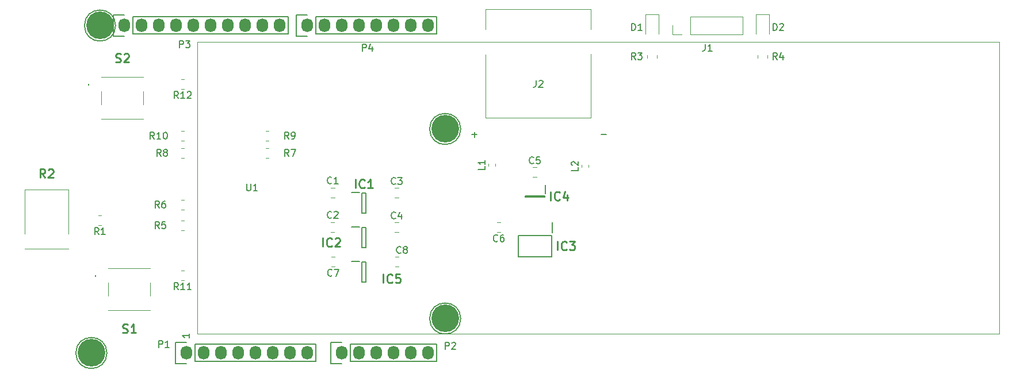
<source format=gto>
G04 #@! TF.GenerationSoftware,KiCad,Pcbnew,(6.0.6)*
G04 #@! TF.CreationDate,2022-07-18T13:46:11+09:00*
G04 #@! TF.ProjectId,mt_reflowcnt,6d745f72-6566-46c6-9f77-636e742e6b69,rev?*
G04 #@! TF.SameCoordinates,Original*
G04 #@! TF.FileFunction,Legend,Top*
G04 #@! TF.FilePolarity,Positive*
%FSLAX46Y46*%
G04 Gerber Fmt 4.6, Leading zero omitted, Abs format (unit mm)*
G04 Created by KiCad (PCBNEW (6.0.6)) date 2022-07-18 13:46:11*
%MOMM*%
%LPD*%
G01*
G04 APERTURE LIST*
%ADD10C,0.150000*%
%ADD11C,0.254000*%
%ADD12C,0.120000*%
%ADD13C,0.200000*%
%ADD14C,0.100000*%
%ADD15O,1.727200X2.032000*%
%ADD16C,4.064000*%
G04 APERTURE END LIST*
D10*
X139390380Y-120999285D02*
X139390380Y-121570714D01*
X139390380Y-121285000D02*
X138390380Y-121285000D01*
X138533238Y-121380238D01*
X138628476Y-121475476D01*
X138676095Y-121570714D01*
G04 #@! TO.C,C8*
X170521333Y-109040142D02*
X170473714Y-109087761D01*
X170330857Y-109135380D01*
X170235619Y-109135380D01*
X170092761Y-109087761D01*
X169997523Y-108992523D01*
X169949904Y-108897285D01*
X169902285Y-108706809D01*
X169902285Y-108563952D01*
X169949904Y-108373476D01*
X169997523Y-108278238D01*
X170092761Y-108183000D01*
X170235619Y-108135380D01*
X170330857Y-108135380D01*
X170473714Y-108183000D01*
X170521333Y-108230619D01*
X171092761Y-108563952D02*
X170997523Y-108516333D01*
X170949904Y-108468714D01*
X170902285Y-108373476D01*
X170902285Y-108325857D01*
X170949904Y-108230619D01*
X170997523Y-108183000D01*
X171092761Y-108135380D01*
X171283238Y-108135380D01*
X171378476Y-108183000D01*
X171426095Y-108230619D01*
X171473714Y-108325857D01*
X171473714Y-108373476D01*
X171426095Y-108468714D01*
X171378476Y-108516333D01*
X171283238Y-108563952D01*
X171092761Y-108563952D01*
X170997523Y-108611571D01*
X170949904Y-108659190D01*
X170902285Y-108754428D01*
X170902285Y-108944904D01*
X170949904Y-109040142D01*
X170997523Y-109087761D01*
X171092761Y-109135380D01*
X171283238Y-109135380D01*
X171378476Y-109087761D01*
X171426095Y-109040142D01*
X171473714Y-108944904D01*
X171473714Y-108754428D01*
X171426095Y-108659190D01*
X171378476Y-108611571D01*
X171283238Y-108563952D01*
G04 #@! TO.C,C7*
X160382833Y-112400142D02*
X160335214Y-112447761D01*
X160192357Y-112495380D01*
X160097119Y-112495380D01*
X159954261Y-112447761D01*
X159859023Y-112352523D01*
X159811404Y-112257285D01*
X159763785Y-112066809D01*
X159763785Y-111923952D01*
X159811404Y-111733476D01*
X159859023Y-111638238D01*
X159954261Y-111543000D01*
X160097119Y-111495380D01*
X160192357Y-111495380D01*
X160335214Y-111543000D01*
X160382833Y-111590619D01*
X160716166Y-111495380D02*
X161382833Y-111495380D01*
X160954261Y-112495380D01*
D11*
G04 #@! TO.C,IC5*
X167924238Y-113477523D02*
X167924238Y-112207523D01*
X169254714Y-113356571D02*
X169194238Y-113417047D01*
X169012809Y-113477523D01*
X168891857Y-113477523D01*
X168710428Y-113417047D01*
X168589476Y-113296095D01*
X168529000Y-113175142D01*
X168468523Y-112933238D01*
X168468523Y-112751809D01*
X168529000Y-112509904D01*
X168589476Y-112388952D01*
X168710428Y-112268000D01*
X168891857Y-112207523D01*
X169012809Y-112207523D01*
X169194238Y-112268000D01*
X169254714Y-112328476D01*
X170403761Y-112207523D02*
X169799000Y-112207523D01*
X169738523Y-112812285D01*
X169799000Y-112751809D01*
X169919952Y-112691333D01*
X170222333Y-112691333D01*
X170343285Y-112751809D01*
X170403761Y-112812285D01*
X170464238Y-112933238D01*
X170464238Y-113235619D01*
X170403761Y-113356571D01*
X170343285Y-113417047D01*
X170222333Y-113477523D01*
X169919952Y-113477523D01*
X169799000Y-113417047D01*
X169738523Y-113356571D01*
G04 #@! TO.C,IC2*
X159034238Y-108143523D02*
X159034238Y-106873523D01*
X160364714Y-108022571D02*
X160304238Y-108083047D01*
X160122809Y-108143523D01*
X160001857Y-108143523D01*
X159820428Y-108083047D01*
X159699476Y-107962095D01*
X159639000Y-107841142D01*
X159578523Y-107599238D01*
X159578523Y-107417809D01*
X159639000Y-107175904D01*
X159699476Y-107054952D01*
X159820428Y-106934000D01*
X160001857Y-106873523D01*
X160122809Y-106873523D01*
X160304238Y-106934000D01*
X160364714Y-106994476D01*
X160848523Y-106994476D02*
X160909000Y-106934000D01*
X161029952Y-106873523D01*
X161332333Y-106873523D01*
X161453285Y-106934000D01*
X161513761Y-106994476D01*
X161574238Y-107115428D01*
X161574238Y-107236380D01*
X161513761Y-107417809D01*
X160788047Y-108143523D01*
X161574238Y-108143523D01*
G04 #@! TO.C,IC1*
X163838738Y-99507523D02*
X163838738Y-98237523D01*
X165169214Y-99386571D02*
X165108738Y-99447047D01*
X164927309Y-99507523D01*
X164806357Y-99507523D01*
X164624928Y-99447047D01*
X164503976Y-99326095D01*
X164443500Y-99205142D01*
X164383023Y-98963238D01*
X164383023Y-98781809D01*
X164443500Y-98539904D01*
X164503976Y-98418952D01*
X164624928Y-98298000D01*
X164806357Y-98237523D01*
X164927309Y-98237523D01*
X165108738Y-98298000D01*
X165169214Y-98358476D01*
X166378738Y-99507523D02*
X165653023Y-99507523D01*
X166015880Y-99507523D02*
X166015880Y-98237523D01*
X165894928Y-98418952D01*
X165773976Y-98539904D01*
X165653023Y-98600380D01*
D10*
G04 #@! TO.C,C1*
X160318333Y-98782142D02*
X160270714Y-98829761D01*
X160127857Y-98877380D01*
X160032619Y-98877380D01*
X159889761Y-98829761D01*
X159794523Y-98734523D01*
X159746904Y-98639285D01*
X159699285Y-98448809D01*
X159699285Y-98305952D01*
X159746904Y-98115476D01*
X159794523Y-98020238D01*
X159889761Y-97925000D01*
X160032619Y-97877380D01*
X160127857Y-97877380D01*
X160270714Y-97925000D01*
X160318333Y-97972619D01*
X161270714Y-98877380D02*
X160699285Y-98877380D01*
X160985000Y-98877380D02*
X160985000Y-97877380D01*
X160889761Y-98020238D01*
X160794523Y-98115476D01*
X160699285Y-98163095D01*
G04 #@! TO.C,C2*
X160318333Y-103862142D02*
X160270714Y-103909761D01*
X160127857Y-103957380D01*
X160032619Y-103957380D01*
X159889761Y-103909761D01*
X159794523Y-103814523D01*
X159746904Y-103719285D01*
X159699285Y-103528809D01*
X159699285Y-103385952D01*
X159746904Y-103195476D01*
X159794523Y-103100238D01*
X159889761Y-103005000D01*
X160032619Y-102957380D01*
X160127857Y-102957380D01*
X160270714Y-103005000D01*
X160318333Y-103052619D01*
X160699285Y-103052619D02*
X160746904Y-103005000D01*
X160842142Y-102957380D01*
X161080238Y-102957380D01*
X161175476Y-103005000D01*
X161223095Y-103052619D01*
X161270714Y-103147857D01*
X161270714Y-103243095D01*
X161223095Y-103385952D01*
X160651666Y-103957380D01*
X161270714Y-103957380D01*
G04 #@! TO.C,C6*
X184766833Y-107320142D02*
X184719214Y-107367761D01*
X184576357Y-107415380D01*
X184481119Y-107415380D01*
X184338261Y-107367761D01*
X184243023Y-107272523D01*
X184195404Y-107177285D01*
X184147785Y-106986809D01*
X184147785Y-106843952D01*
X184195404Y-106653476D01*
X184243023Y-106558238D01*
X184338261Y-106463000D01*
X184481119Y-106415380D01*
X184576357Y-106415380D01*
X184719214Y-106463000D01*
X184766833Y-106510619D01*
X185623976Y-106415380D02*
X185433500Y-106415380D01*
X185338261Y-106463000D01*
X185290642Y-106510619D01*
X185195404Y-106653476D01*
X185147785Y-106843952D01*
X185147785Y-107224904D01*
X185195404Y-107320142D01*
X185243023Y-107367761D01*
X185338261Y-107415380D01*
X185528738Y-107415380D01*
X185623976Y-107367761D01*
X185671595Y-107320142D01*
X185719214Y-107224904D01*
X185719214Y-106986809D01*
X185671595Y-106891571D01*
X185623976Y-106843952D01*
X185528738Y-106796333D01*
X185338261Y-106796333D01*
X185243023Y-106843952D01*
X185195404Y-106891571D01*
X185147785Y-106986809D01*
G04 #@! TO.C,C5*
X190057833Y-95832142D02*
X190010214Y-95879761D01*
X189867357Y-95927380D01*
X189772119Y-95927380D01*
X189629261Y-95879761D01*
X189534023Y-95784523D01*
X189486404Y-95689285D01*
X189438785Y-95498809D01*
X189438785Y-95355952D01*
X189486404Y-95165476D01*
X189534023Y-95070238D01*
X189629261Y-94975000D01*
X189772119Y-94927380D01*
X189867357Y-94927380D01*
X190010214Y-94975000D01*
X190057833Y-95022619D01*
X190962595Y-94927380D02*
X190486404Y-94927380D01*
X190438785Y-95403571D01*
X190486404Y-95355952D01*
X190581642Y-95308333D01*
X190819738Y-95308333D01*
X190914976Y-95355952D01*
X190962595Y-95403571D01*
X191010214Y-95498809D01*
X191010214Y-95736904D01*
X190962595Y-95832142D01*
X190914976Y-95879761D01*
X190819738Y-95927380D01*
X190581642Y-95927380D01*
X190486404Y-95879761D01*
X190438785Y-95832142D01*
G04 #@! TO.C,C4*
X169737833Y-103960142D02*
X169690214Y-104007761D01*
X169547357Y-104055380D01*
X169452119Y-104055380D01*
X169309261Y-104007761D01*
X169214023Y-103912523D01*
X169166404Y-103817285D01*
X169118785Y-103626809D01*
X169118785Y-103483952D01*
X169166404Y-103293476D01*
X169214023Y-103198238D01*
X169309261Y-103103000D01*
X169452119Y-103055380D01*
X169547357Y-103055380D01*
X169690214Y-103103000D01*
X169737833Y-103150619D01*
X170594976Y-103388714D02*
X170594976Y-104055380D01*
X170356880Y-103007761D02*
X170118785Y-103722047D01*
X170737833Y-103722047D01*
G04 #@! TO.C,C3*
X169737833Y-98880142D02*
X169690214Y-98927761D01*
X169547357Y-98975380D01*
X169452119Y-98975380D01*
X169309261Y-98927761D01*
X169214023Y-98832523D01*
X169166404Y-98737285D01*
X169118785Y-98546809D01*
X169118785Y-98403952D01*
X169166404Y-98213476D01*
X169214023Y-98118238D01*
X169309261Y-98023000D01*
X169452119Y-97975380D01*
X169547357Y-97975380D01*
X169690214Y-98023000D01*
X169737833Y-98070619D01*
X170071166Y-97975380D02*
X170690214Y-97975380D01*
X170356880Y-98356333D01*
X170499738Y-98356333D01*
X170594976Y-98403952D01*
X170642595Y-98451571D01*
X170690214Y-98546809D01*
X170690214Y-98784904D01*
X170642595Y-98880142D01*
X170594976Y-98927761D01*
X170499738Y-98975380D01*
X170214023Y-98975380D01*
X170118785Y-98927761D01*
X170071166Y-98880142D01*
G04 #@! TO.C,J1*
X215312666Y-78319380D02*
X215312666Y-79033666D01*
X215265047Y-79176523D01*
X215169809Y-79271761D01*
X215026952Y-79319380D01*
X214931714Y-79319380D01*
X216312666Y-79319380D02*
X215741238Y-79319380D01*
X216026952Y-79319380D02*
X216026952Y-78319380D01*
X215931714Y-78462238D01*
X215836476Y-78557476D01*
X215741238Y-78605095D01*
G04 #@! TO.C,L1*
X182918380Y-96305666D02*
X182918380Y-96781857D01*
X181918380Y-96781857D01*
X182918380Y-95448523D02*
X182918380Y-96019952D01*
X182918380Y-95734238D02*
X181918380Y-95734238D01*
X182061238Y-95829476D01*
X182156476Y-95924714D01*
X182204095Y-96019952D01*
G04 #@! TO.C,L2*
X196634380Y-96446666D02*
X196634380Y-96922857D01*
X195634380Y-96922857D01*
X195729619Y-96160952D02*
X195682000Y-96113333D01*
X195634380Y-96018095D01*
X195634380Y-95780000D01*
X195682000Y-95684761D01*
X195729619Y-95637142D01*
X195824857Y-95589523D01*
X195920095Y-95589523D01*
X196062952Y-95637142D01*
X196634380Y-96208571D01*
X196634380Y-95589523D01*
G04 #@! TO.C,D2*
X225321904Y-76271380D02*
X225321904Y-75271380D01*
X225560000Y-75271380D01*
X225702857Y-75319000D01*
X225798095Y-75414238D01*
X225845714Y-75509476D01*
X225893333Y-75699952D01*
X225893333Y-75842809D01*
X225845714Y-76033285D01*
X225798095Y-76128523D01*
X225702857Y-76223761D01*
X225560000Y-76271380D01*
X225321904Y-76271380D01*
X226274285Y-75366619D02*
X226321904Y-75319000D01*
X226417142Y-75271380D01*
X226655238Y-75271380D01*
X226750476Y-75319000D01*
X226798095Y-75366619D01*
X226845714Y-75461857D01*
X226845714Y-75557095D01*
X226798095Y-75699952D01*
X226226666Y-76271380D01*
X226845714Y-76271380D01*
G04 #@! TO.C,D1*
X204493904Y-76271380D02*
X204493904Y-75271380D01*
X204732000Y-75271380D01*
X204874857Y-75319000D01*
X204970095Y-75414238D01*
X205017714Y-75509476D01*
X205065333Y-75699952D01*
X205065333Y-75842809D01*
X205017714Y-76033285D01*
X204970095Y-76128523D01*
X204874857Y-76223761D01*
X204732000Y-76271380D01*
X204493904Y-76271380D01*
X206017714Y-76271380D02*
X205446285Y-76271380D01*
X205732000Y-76271380D02*
X205732000Y-75271380D01*
X205636761Y-75414238D01*
X205541523Y-75509476D01*
X205446285Y-75557095D01*
D11*
G04 #@! TO.C,S2*
X128572380Y-80905047D02*
X128753809Y-80965523D01*
X129056190Y-80965523D01*
X129177142Y-80905047D01*
X129237619Y-80844571D01*
X129298095Y-80723619D01*
X129298095Y-80602666D01*
X129237619Y-80481714D01*
X129177142Y-80421238D01*
X129056190Y-80360761D01*
X128814285Y-80300285D01*
X128693333Y-80239809D01*
X128632857Y-80179333D01*
X128572380Y-80058380D01*
X128572380Y-79937428D01*
X128632857Y-79816476D01*
X128693333Y-79756000D01*
X128814285Y-79695523D01*
X129116666Y-79695523D01*
X129298095Y-79756000D01*
X129781904Y-79816476D02*
X129842380Y-79756000D01*
X129963333Y-79695523D01*
X130265714Y-79695523D01*
X130386666Y-79756000D01*
X130447142Y-79816476D01*
X130507619Y-79937428D01*
X130507619Y-80058380D01*
X130447142Y-80239809D01*
X129721428Y-80965523D01*
X130507619Y-80965523D01*
G04 #@! TO.C,S1*
X129588380Y-120783047D02*
X129769809Y-120843523D01*
X130072190Y-120843523D01*
X130193142Y-120783047D01*
X130253619Y-120722571D01*
X130314095Y-120601619D01*
X130314095Y-120480666D01*
X130253619Y-120359714D01*
X130193142Y-120299238D01*
X130072190Y-120238761D01*
X129830285Y-120178285D01*
X129709333Y-120117809D01*
X129648857Y-120057333D01*
X129588380Y-119936380D01*
X129588380Y-119815428D01*
X129648857Y-119694476D01*
X129709333Y-119634000D01*
X129830285Y-119573523D01*
X130132666Y-119573523D01*
X130314095Y-119634000D01*
X131523619Y-120843523D02*
X130797904Y-120843523D01*
X131160761Y-120843523D02*
X131160761Y-119573523D01*
X131039809Y-119754952D01*
X130918857Y-119875904D01*
X130797904Y-119936380D01*
G04 #@! TO.C,R2*
X118152333Y-97983523D02*
X117729000Y-97378761D01*
X117426619Y-97983523D02*
X117426619Y-96713523D01*
X117910428Y-96713523D01*
X118031380Y-96774000D01*
X118091857Y-96834476D01*
X118152333Y-96955428D01*
X118152333Y-97136857D01*
X118091857Y-97257809D01*
X118031380Y-97318285D01*
X117910428Y-97378761D01*
X117426619Y-97378761D01*
X118636142Y-96834476D02*
X118696619Y-96774000D01*
X118817571Y-96713523D01*
X119119952Y-96713523D01*
X119240904Y-96774000D01*
X119301380Y-96834476D01*
X119361857Y-96955428D01*
X119361857Y-97076380D01*
X119301380Y-97257809D01*
X118575666Y-97983523D01*
X119361857Y-97983523D01*
G04 #@! TO.C,IC3*
X193578238Y-108651523D02*
X193578238Y-107381523D01*
X194908714Y-108530571D02*
X194848238Y-108591047D01*
X194666809Y-108651523D01*
X194545857Y-108651523D01*
X194364428Y-108591047D01*
X194243476Y-108470095D01*
X194183000Y-108349142D01*
X194122523Y-108107238D01*
X194122523Y-107925809D01*
X194183000Y-107683904D01*
X194243476Y-107562952D01*
X194364428Y-107442000D01*
X194545857Y-107381523D01*
X194666809Y-107381523D01*
X194848238Y-107442000D01*
X194908714Y-107502476D01*
X195332047Y-107381523D02*
X196118238Y-107381523D01*
X195694904Y-107865333D01*
X195876333Y-107865333D01*
X195997285Y-107925809D01*
X196057761Y-107986285D01*
X196118238Y-108107238D01*
X196118238Y-108409619D01*
X196057761Y-108530571D01*
X195997285Y-108591047D01*
X195876333Y-108651523D01*
X195513476Y-108651523D01*
X195392523Y-108591047D01*
X195332047Y-108530571D01*
G04 #@! TO.C,IC4*
X192562238Y-101319523D02*
X192562238Y-100049523D01*
X193892714Y-101198571D02*
X193832238Y-101259047D01*
X193650809Y-101319523D01*
X193529857Y-101319523D01*
X193348428Y-101259047D01*
X193227476Y-101138095D01*
X193167000Y-101017142D01*
X193106523Y-100775238D01*
X193106523Y-100593809D01*
X193167000Y-100351904D01*
X193227476Y-100230952D01*
X193348428Y-100110000D01*
X193529857Y-100049523D01*
X193650809Y-100049523D01*
X193832238Y-100110000D01*
X193892714Y-100170476D01*
X194981285Y-100472857D02*
X194981285Y-101319523D01*
X194678904Y-99989047D02*
X194376523Y-100896190D01*
X195162714Y-100896190D01*
D10*
G04 #@! TO.C,R12*
X137771142Y-86303380D02*
X137437809Y-85827190D01*
X137199714Y-86303380D02*
X137199714Y-85303380D01*
X137580666Y-85303380D01*
X137675904Y-85351000D01*
X137723523Y-85398619D01*
X137771142Y-85493857D01*
X137771142Y-85636714D01*
X137723523Y-85731952D01*
X137675904Y-85779571D01*
X137580666Y-85827190D01*
X137199714Y-85827190D01*
X138723523Y-86303380D02*
X138152095Y-86303380D01*
X138437809Y-86303380D02*
X138437809Y-85303380D01*
X138342571Y-85446238D01*
X138247333Y-85541476D01*
X138152095Y-85589095D01*
X139104476Y-85398619D02*
X139152095Y-85351000D01*
X139247333Y-85303380D01*
X139485428Y-85303380D01*
X139580666Y-85351000D01*
X139628285Y-85398619D01*
X139675904Y-85493857D01*
X139675904Y-85589095D01*
X139628285Y-85731952D01*
X139056857Y-86303380D01*
X139675904Y-86303380D01*
G04 #@! TO.C,R11*
X137771142Y-114497380D02*
X137437809Y-114021190D01*
X137199714Y-114497380D02*
X137199714Y-113497380D01*
X137580666Y-113497380D01*
X137675904Y-113545000D01*
X137723523Y-113592619D01*
X137771142Y-113687857D01*
X137771142Y-113830714D01*
X137723523Y-113925952D01*
X137675904Y-113973571D01*
X137580666Y-114021190D01*
X137199714Y-114021190D01*
X138723523Y-114497380D02*
X138152095Y-114497380D01*
X138437809Y-114497380D02*
X138437809Y-113497380D01*
X138342571Y-113640238D01*
X138247333Y-113735476D01*
X138152095Y-113783095D01*
X139675904Y-114497380D02*
X139104476Y-114497380D01*
X139390190Y-114497380D02*
X139390190Y-113497380D01*
X139294952Y-113640238D01*
X139199714Y-113735476D01*
X139104476Y-113783095D01*
G04 #@! TO.C,R10*
X134231142Y-92273380D02*
X133897809Y-91797190D01*
X133659714Y-92273380D02*
X133659714Y-91273380D01*
X134040666Y-91273380D01*
X134135904Y-91321000D01*
X134183523Y-91368619D01*
X134231142Y-91463857D01*
X134231142Y-91606714D01*
X134183523Y-91701952D01*
X134135904Y-91749571D01*
X134040666Y-91797190D01*
X133659714Y-91797190D01*
X135183523Y-92273380D02*
X134612095Y-92273380D01*
X134897809Y-92273380D02*
X134897809Y-91273380D01*
X134802571Y-91416238D01*
X134707333Y-91511476D01*
X134612095Y-91559095D01*
X135802571Y-91273380D02*
X135897809Y-91273380D01*
X135993047Y-91321000D01*
X136040666Y-91368619D01*
X136088285Y-91463857D01*
X136135904Y-91654333D01*
X136135904Y-91892428D01*
X136088285Y-92082904D01*
X136040666Y-92178142D01*
X135993047Y-92225761D01*
X135897809Y-92273380D01*
X135802571Y-92273380D01*
X135707333Y-92225761D01*
X135659714Y-92178142D01*
X135612095Y-92082904D01*
X135564476Y-91892428D01*
X135564476Y-91654333D01*
X135612095Y-91463857D01*
X135659714Y-91368619D01*
X135707333Y-91321000D01*
X135802571Y-91273380D01*
G04 #@! TO.C,R9*
X154011333Y-92273380D02*
X153678000Y-91797190D01*
X153439904Y-92273380D02*
X153439904Y-91273380D01*
X153820857Y-91273380D01*
X153916095Y-91321000D01*
X153963714Y-91368619D01*
X154011333Y-91463857D01*
X154011333Y-91606714D01*
X153963714Y-91701952D01*
X153916095Y-91749571D01*
X153820857Y-91797190D01*
X153439904Y-91797190D01*
X154487523Y-92273380D02*
X154678000Y-92273380D01*
X154773238Y-92225761D01*
X154820857Y-92178142D01*
X154916095Y-92035285D01*
X154963714Y-91844809D01*
X154963714Y-91463857D01*
X154916095Y-91368619D01*
X154868476Y-91321000D01*
X154773238Y-91273380D01*
X154582761Y-91273380D01*
X154487523Y-91321000D01*
X154439904Y-91368619D01*
X154392285Y-91463857D01*
X154392285Y-91701952D01*
X154439904Y-91797190D01*
X154487523Y-91844809D01*
X154582761Y-91892428D01*
X154773238Y-91892428D01*
X154868476Y-91844809D01*
X154916095Y-91797190D01*
X154963714Y-91701952D01*
G04 #@! TO.C,R8*
X135215333Y-94813380D02*
X134882000Y-94337190D01*
X134643904Y-94813380D02*
X134643904Y-93813380D01*
X135024857Y-93813380D01*
X135120095Y-93861000D01*
X135167714Y-93908619D01*
X135215333Y-94003857D01*
X135215333Y-94146714D01*
X135167714Y-94241952D01*
X135120095Y-94289571D01*
X135024857Y-94337190D01*
X134643904Y-94337190D01*
X135786761Y-94241952D02*
X135691523Y-94194333D01*
X135643904Y-94146714D01*
X135596285Y-94051476D01*
X135596285Y-94003857D01*
X135643904Y-93908619D01*
X135691523Y-93861000D01*
X135786761Y-93813380D01*
X135977238Y-93813380D01*
X136072476Y-93861000D01*
X136120095Y-93908619D01*
X136167714Y-94003857D01*
X136167714Y-94051476D01*
X136120095Y-94146714D01*
X136072476Y-94194333D01*
X135977238Y-94241952D01*
X135786761Y-94241952D01*
X135691523Y-94289571D01*
X135643904Y-94337190D01*
X135596285Y-94432428D01*
X135596285Y-94622904D01*
X135643904Y-94718142D01*
X135691523Y-94765761D01*
X135786761Y-94813380D01*
X135977238Y-94813380D01*
X136072476Y-94765761D01*
X136120095Y-94718142D01*
X136167714Y-94622904D01*
X136167714Y-94432428D01*
X136120095Y-94337190D01*
X136072476Y-94289571D01*
X135977238Y-94241952D01*
G04 #@! TO.C,R7*
X154011333Y-94813380D02*
X153678000Y-94337190D01*
X153439904Y-94813380D02*
X153439904Y-93813380D01*
X153820857Y-93813380D01*
X153916095Y-93861000D01*
X153963714Y-93908619D01*
X154011333Y-94003857D01*
X154011333Y-94146714D01*
X153963714Y-94241952D01*
X153916095Y-94289571D01*
X153820857Y-94337190D01*
X153439904Y-94337190D01*
X154344666Y-93813380D02*
X155011333Y-93813380D01*
X154582761Y-94813380D01*
G04 #@! TO.C,R6*
X134961333Y-102433380D02*
X134628000Y-101957190D01*
X134389904Y-102433380D02*
X134389904Y-101433380D01*
X134770857Y-101433380D01*
X134866095Y-101481000D01*
X134913714Y-101528619D01*
X134961333Y-101623857D01*
X134961333Y-101766714D01*
X134913714Y-101861952D01*
X134866095Y-101909571D01*
X134770857Y-101957190D01*
X134389904Y-101957190D01*
X135818476Y-101433380D02*
X135628000Y-101433380D01*
X135532761Y-101481000D01*
X135485142Y-101528619D01*
X135389904Y-101671476D01*
X135342285Y-101861952D01*
X135342285Y-102242904D01*
X135389904Y-102338142D01*
X135437523Y-102385761D01*
X135532761Y-102433380D01*
X135723238Y-102433380D01*
X135818476Y-102385761D01*
X135866095Y-102338142D01*
X135913714Y-102242904D01*
X135913714Y-102004809D01*
X135866095Y-101909571D01*
X135818476Y-101861952D01*
X135723238Y-101814333D01*
X135532761Y-101814333D01*
X135437523Y-101861952D01*
X135389904Y-101909571D01*
X135342285Y-102004809D01*
G04 #@! TO.C,R5*
X134961333Y-105481380D02*
X134628000Y-105005190D01*
X134389904Y-105481380D02*
X134389904Y-104481380D01*
X134770857Y-104481380D01*
X134866095Y-104529000D01*
X134913714Y-104576619D01*
X134961333Y-104671857D01*
X134961333Y-104814714D01*
X134913714Y-104909952D01*
X134866095Y-104957571D01*
X134770857Y-105005190D01*
X134389904Y-105005190D01*
X135866095Y-104481380D02*
X135389904Y-104481380D01*
X135342285Y-104957571D01*
X135389904Y-104909952D01*
X135485142Y-104862333D01*
X135723238Y-104862333D01*
X135818476Y-104909952D01*
X135866095Y-104957571D01*
X135913714Y-105052809D01*
X135913714Y-105290904D01*
X135866095Y-105386142D01*
X135818476Y-105433761D01*
X135723238Y-105481380D01*
X135485142Y-105481380D01*
X135389904Y-105433761D01*
X135342285Y-105386142D01*
G04 #@! TO.C,R4*
X225893333Y-80573380D02*
X225560000Y-80097190D01*
X225321904Y-80573380D02*
X225321904Y-79573380D01*
X225702857Y-79573380D01*
X225798095Y-79621000D01*
X225845714Y-79668619D01*
X225893333Y-79763857D01*
X225893333Y-79906714D01*
X225845714Y-80001952D01*
X225798095Y-80049571D01*
X225702857Y-80097190D01*
X225321904Y-80097190D01*
X226750476Y-79906714D02*
X226750476Y-80573380D01*
X226512380Y-79525761D02*
X226274285Y-80240047D01*
X226893333Y-80240047D01*
G04 #@! TO.C,R3*
X205065333Y-80573380D02*
X204732000Y-80097190D01*
X204493904Y-80573380D02*
X204493904Y-79573380D01*
X204874857Y-79573380D01*
X204970095Y-79621000D01*
X205017714Y-79668619D01*
X205065333Y-79763857D01*
X205065333Y-79906714D01*
X205017714Y-80001952D01*
X204970095Y-80049571D01*
X204874857Y-80097190D01*
X204493904Y-80097190D01*
X205398666Y-79573380D02*
X206017714Y-79573380D01*
X205684380Y-79954333D01*
X205827238Y-79954333D01*
X205922476Y-80001952D01*
X205970095Y-80049571D01*
X206017714Y-80144809D01*
X206017714Y-80382904D01*
X205970095Y-80478142D01*
X205922476Y-80525761D01*
X205827238Y-80573380D01*
X205541523Y-80573380D01*
X205446285Y-80525761D01*
X205398666Y-80478142D01*
G04 #@! TO.C,R1*
X126055333Y-106369380D02*
X125722000Y-105893190D01*
X125483904Y-106369380D02*
X125483904Y-105369380D01*
X125864857Y-105369380D01*
X125960095Y-105417000D01*
X126007714Y-105464619D01*
X126055333Y-105559857D01*
X126055333Y-105702714D01*
X126007714Y-105797952D01*
X125960095Y-105845571D01*
X125864857Y-105893190D01*
X125483904Y-105893190D01*
X127007714Y-106369380D02*
X126436285Y-106369380D01*
X126722000Y-106369380D02*
X126722000Y-105369380D01*
X126626761Y-105512238D01*
X126531523Y-105607476D01*
X126436285Y-105655095D01*
G04 #@! TO.C,J2*
X190420666Y-83661380D02*
X190420666Y-84375666D01*
X190373047Y-84518523D01*
X190277809Y-84613761D01*
X190134952Y-84661380D01*
X190039714Y-84661380D01*
X190849238Y-83756619D02*
X190896857Y-83709000D01*
X190992095Y-83661380D01*
X191230190Y-83661380D01*
X191325428Y-83709000D01*
X191373047Y-83756619D01*
X191420666Y-83851857D01*
X191420666Y-83947095D01*
X191373047Y-84089952D01*
X190801619Y-84661380D01*
X191420666Y-84661380D01*
X200025047Y-91638428D02*
X200786952Y-91638428D01*
X180975047Y-91638428D02*
X181736952Y-91638428D01*
X181356000Y-92019380D02*
X181356000Y-91257476D01*
G04 #@! TO.C,U1*
X147828095Y-98893380D02*
X147828095Y-99702904D01*
X147875714Y-99798142D01*
X147923333Y-99845761D01*
X148018571Y-99893380D01*
X148209047Y-99893380D01*
X148304285Y-99845761D01*
X148351904Y-99798142D01*
X148399523Y-99702904D01*
X148399523Y-98893380D01*
X149399523Y-99893380D02*
X148828095Y-99893380D01*
X149113809Y-99893380D02*
X149113809Y-98893380D01*
X149018571Y-99036238D01*
X148923333Y-99131476D01*
X148828095Y-99179095D01*
G04 #@! TO.C,P1*
X134897904Y-123007380D02*
X134897904Y-122007380D01*
X135278857Y-122007380D01*
X135374095Y-122055000D01*
X135421714Y-122102619D01*
X135469333Y-122197857D01*
X135469333Y-122340714D01*
X135421714Y-122435952D01*
X135374095Y-122483571D01*
X135278857Y-122531190D01*
X134897904Y-122531190D01*
X136421714Y-123007380D02*
X135850285Y-123007380D01*
X136136000Y-123007380D02*
X136136000Y-122007380D01*
X136040761Y-122150238D01*
X135945523Y-122245476D01*
X135850285Y-122293095D01*
G04 #@! TO.C,P2*
X177061904Y-123261380D02*
X177061904Y-122261380D01*
X177442857Y-122261380D01*
X177538095Y-122309000D01*
X177585714Y-122356619D01*
X177633333Y-122451857D01*
X177633333Y-122594714D01*
X177585714Y-122689952D01*
X177538095Y-122737571D01*
X177442857Y-122785190D01*
X177061904Y-122785190D01*
X178014285Y-122356619D02*
X178061904Y-122309000D01*
X178157142Y-122261380D01*
X178395238Y-122261380D01*
X178490476Y-122309000D01*
X178538095Y-122356619D01*
X178585714Y-122451857D01*
X178585714Y-122547095D01*
X178538095Y-122689952D01*
X177966666Y-123261380D01*
X178585714Y-123261380D01*
G04 #@! TO.C,P3*
X137945904Y-78811380D02*
X137945904Y-77811380D01*
X138326857Y-77811380D01*
X138422095Y-77859000D01*
X138469714Y-77906619D01*
X138517333Y-78001857D01*
X138517333Y-78144714D01*
X138469714Y-78239952D01*
X138422095Y-78287571D01*
X138326857Y-78335190D01*
X137945904Y-78335190D01*
X138850666Y-77811380D02*
X139469714Y-77811380D01*
X139136380Y-78192333D01*
X139279238Y-78192333D01*
X139374476Y-78239952D01*
X139422095Y-78287571D01*
X139469714Y-78382809D01*
X139469714Y-78620904D01*
X139422095Y-78716142D01*
X139374476Y-78763761D01*
X139279238Y-78811380D01*
X138993523Y-78811380D01*
X138898285Y-78763761D01*
X138850666Y-78716142D01*
G04 #@! TO.C,P4*
X164869904Y-79319380D02*
X164869904Y-78319380D01*
X165250857Y-78319380D01*
X165346095Y-78367000D01*
X165393714Y-78414619D01*
X165441333Y-78509857D01*
X165441333Y-78652714D01*
X165393714Y-78747952D01*
X165346095Y-78795571D01*
X165250857Y-78843190D01*
X164869904Y-78843190D01*
X166298476Y-78652714D02*
X166298476Y-79319380D01*
X166060380Y-78271761D02*
X165822285Y-78986047D01*
X166441333Y-78986047D01*
D12*
G04 #@! TO.C,C8*
X169686248Y-109628000D02*
X170208752Y-109628000D01*
X169686248Y-111098000D02*
X170208752Y-111098000D01*
G04 #@! TO.C,C7*
X160810752Y-111098000D02*
X160288248Y-111098000D01*
X160810752Y-109628000D02*
X160288248Y-109628000D01*
D13*
G04 #@! TO.C,IC5*
X163250000Y-110287000D02*
X164450000Y-110287000D01*
X164800000Y-113337000D02*
X164800000Y-110437000D01*
X165400000Y-113337000D02*
X164800000Y-113337000D01*
X165400000Y-110437000D02*
X165400000Y-113337000D01*
X164800000Y-110437000D02*
X165400000Y-110437000D01*
G04 #@! TO.C,IC2*
X164778500Y-105357000D02*
X165378500Y-105357000D01*
X165378500Y-105357000D02*
X165378500Y-108257000D01*
X165378500Y-108257000D02*
X164778500Y-108257000D01*
X164778500Y-108257000D02*
X164778500Y-105357000D01*
X163228500Y-105207000D02*
X164428500Y-105207000D01*
G04 #@! TO.C,IC1*
X164778500Y-100277000D02*
X165378500Y-100277000D01*
X165378500Y-100277000D02*
X165378500Y-103177000D01*
X165378500Y-103177000D02*
X164778500Y-103177000D01*
X164778500Y-103177000D02*
X164778500Y-100277000D01*
X163228500Y-100127000D02*
X164428500Y-100127000D01*
D12*
G04 #@! TO.C,C1*
X160767752Y-100938000D02*
X160245248Y-100938000D01*
X160767752Y-99468000D02*
X160245248Y-99468000D01*
G04 #@! TO.C,C2*
X160746252Y-106018000D02*
X160223748Y-106018000D01*
X160746252Y-104548000D02*
X160223748Y-104548000D01*
G04 #@! TO.C,C6*
X185194752Y-106018000D02*
X184672248Y-106018000D01*
X185194752Y-104548000D02*
X184672248Y-104548000D01*
G04 #@! TO.C,C5*
X189963248Y-96420000D02*
X190485752Y-96420000D01*
X189963248Y-97890000D02*
X190485752Y-97890000D01*
G04 #@! TO.C,C4*
X169643248Y-104548000D02*
X170165752Y-104548000D01*
X169643248Y-106018000D02*
X170165752Y-106018000D01*
G04 #@! TO.C,C3*
X169643248Y-100938000D02*
X170165752Y-100938000D01*
X169643248Y-99468000D02*
X170165752Y-99468000D01*
G04 #@! TO.C,J1*
X213116000Y-74235000D02*
X220796000Y-74235000D01*
X211846000Y-76895000D02*
X210516000Y-76895000D01*
X220796000Y-76895000D02*
X220796000Y-74235000D01*
X213116000Y-76895000D02*
X213116000Y-74235000D01*
X210516000Y-76895000D02*
X210516000Y-75565000D01*
X213116000Y-76895000D02*
X220796000Y-76895000D01*
G04 #@! TO.C,L1*
X184406000Y-96310267D02*
X184406000Y-95967733D01*
X183386000Y-96310267D02*
X183386000Y-95967733D01*
G04 #@! TO.C,L2*
X198122000Y-96451267D02*
X198122000Y-96108733D01*
X197102000Y-96451267D02*
X197102000Y-96108733D01*
G04 #@! TO.C,D2*
X222814000Y-73950000D02*
X222814000Y-76810000D01*
X224734000Y-76810000D02*
X224734000Y-73950000D01*
X224734000Y-73950000D02*
X222814000Y-73950000D01*
G04 #@! TO.C,D1*
X206558000Y-73950000D02*
X206558000Y-76810000D01*
X208478000Y-76810000D02*
X208478000Y-73950000D01*
X208478000Y-73950000D02*
X206558000Y-73950000D01*
D14*
G04 #@! TO.C,S2*
X126440000Y-83133000D02*
X132640000Y-83133000D01*
X126440000Y-89333000D02*
X132640000Y-89333000D01*
X126440000Y-85233000D02*
X126440000Y-87233000D01*
X132640000Y-85233000D02*
X132640000Y-87233000D01*
D13*
X124540000Y-84133000D02*
X124540000Y-84333000D01*
X124540000Y-84333000D02*
X124540000Y-84133000D01*
D14*
G04 #@! TO.C,S1*
X127456000Y-111327000D02*
X133656000Y-111327000D01*
X127456000Y-117527000D02*
X133656000Y-117527000D01*
X127456000Y-113427000D02*
X127456000Y-115427000D01*
X133656000Y-113427000D02*
X133656000Y-115427000D01*
D13*
X125556000Y-112327000D02*
X125556000Y-112527000D01*
X125556000Y-112527000D02*
X125556000Y-112327000D01*
D14*
G04 #@! TO.C,R2*
X115164000Y-108475000D02*
X121564000Y-108475000D01*
X115164000Y-106275000D02*
X115164000Y-99775000D01*
X115164000Y-99775000D02*
X121564000Y-99775000D01*
X121564000Y-99775000D02*
X121564000Y-106275000D01*
D13*
G04 #@! TO.C,IC3*
X192696000Y-106477000D02*
X192696000Y-109677000D01*
X192696000Y-109677000D02*
X187796000Y-109677000D01*
X187796000Y-109677000D02*
X187796000Y-106477000D01*
X187796000Y-106477000D02*
X192696000Y-106477000D01*
X192826000Y-104602000D02*
X192826000Y-106127000D01*
G04 #@! TO.C,IC4*
X191706000Y-100670000D02*
X191706000Y-100820000D01*
X191706000Y-100820000D02*
X188786000Y-100820000D01*
X188786000Y-100820000D02*
X188786000Y-100670000D01*
X188786000Y-100670000D02*
X191706000Y-100670000D01*
X191751000Y-99070000D02*
X191751000Y-100320000D01*
D12*
G04 #@! TO.C,R12*
X138641064Y-84936000D02*
X138186936Y-84936000D01*
X138641064Y-83466000D02*
X138186936Y-83466000D01*
G04 #@! TO.C,R11*
X138641064Y-113130000D02*
X138186936Y-113130000D01*
X138641064Y-111660000D02*
X138186936Y-111660000D01*
G04 #@! TO.C,R10*
X138657064Y-92556000D02*
X138202936Y-92556000D01*
X138657064Y-91086000D02*
X138202936Y-91086000D01*
G04 #@! TO.C,R9*
X150648936Y-91086000D02*
X151103064Y-91086000D01*
X150648936Y-92556000D02*
X151103064Y-92556000D01*
G04 #@! TO.C,R8*
X138657064Y-95096000D02*
X138202936Y-95096000D01*
X138657064Y-93626000D02*
X138202936Y-93626000D01*
G04 #@! TO.C,R7*
X150648936Y-93626000D02*
X151103064Y-93626000D01*
X150648936Y-95096000D02*
X151103064Y-95096000D01*
G04 #@! TO.C,R6*
X138641064Y-102716000D02*
X138186936Y-102716000D01*
X138641064Y-101246000D02*
X138186936Y-101246000D01*
G04 #@! TO.C,R5*
X138641064Y-105764000D02*
X138186936Y-105764000D01*
X138641064Y-104294000D02*
X138186936Y-104294000D01*
G04 #@! TO.C,R4*
X223039000Y-80348064D02*
X223039000Y-79893936D01*
X224509000Y-80348064D02*
X224509000Y-79893936D01*
G04 #@! TO.C,R3*
X206783000Y-80348064D02*
X206783000Y-79893936D01*
X208253000Y-80348064D02*
X208253000Y-79893936D01*
G04 #@! TO.C,R1*
X126449064Y-105002000D02*
X125994936Y-105002000D01*
X126449064Y-103532000D02*
X125994936Y-103532000D01*
G04 #@! TO.C,J2*
X198504000Y-73159000D02*
X198504000Y-76159000D01*
X183004000Y-73159000D02*
X198504000Y-73159000D01*
X198504000Y-89159000D02*
X183004000Y-89159000D01*
X198504000Y-89159000D02*
X198504000Y-79759000D01*
X183004000Y-89159000D02*
X183004000Y-79859000D01*
X183004000Y-73159000D02*
X183004000Y-76159000D01*
G04 #@! TO.C,U1*
X258580000Y-77969000D02*
X258580000Y-120969000D01*
X140580000Y-77969000D02*
X258580000Y-77969000D01*
X140580000Y-120969000D02*
X140580000Y-77969000D01*
X258580000Y-120969000D02*
X140580000Y-120969000D01*
D10*
G04 #@! TO.C,P1*
X157988000Y-125095000D02*
X157988000Y-122555000D01*
X140208000Y-125095000D02*
X157988000Y-125095000D01*
X157988000Y-122555000D02*
X140208000Y-122555000D01*
X138938000Y-122275000D02*
X137388000Y-122275000D01*
X137388000Y-122275000D02*
X137388000Y-125375000D01*
X137388000Y-125375000D02*
X138938000Y-125375000D01*
X140208000Y-125095000D02*
X140208000Y-122555000D01*
G04 #@! TO.C,P2*
X163068000Y-125095000D02*
X163068000Y-122555000D01*
X161798000Y-122275000D02*
X160248000Y-122275000D01*
X175768000Y-122555000D02*
X163068000Y-122555000D01*
X163068000Y-125095000D02*
X175768000Y-125095000D01*
X175768000Y-125095000D02*
X175768000Y-122555000D01*
X160248000Y-122275000D02*
X160248000Y-125375000D01*
X160248000Y-125375000D02*
X161798000Y-125375000D01*
G04 #@! TO.C,P3*
X128244000Y-74015000D02*
X128244000Y-77115000D01*
X131064000Y-76835000D02*
X153924000Y-76835000D01*
X153924000Y-76835000D02*
X153924000Y-74295000D01*
X153924000Y-74295000D02*
X131064000Y-74295000D01*
X129794000Y-74015000D02*
X128244000Y-74015000D01*
X128244000Y-77115000D02*
X129794000Y-77115000D01*
X131064000Y-76835000D02*
X131064000Y-74295000D01*
G04 #@! TO.C,P4*
X175768000Y-74295000D02*
X157988000Y-74295000D01*
X155168000Y-77115000D02*
X156718000Y-77115000D01*
X157988000Y-76835000D02*
X175768000Y-76835000D01*
X157988000Y-76835000D02*
X157988000Y-74295000D01*
X156718000Y-74015000D02*
X155168000Y-74015000D01*
X175768000Y-76835000D02*
X175768000Y-74295000D01*
X155168000Y-74015000D02*
X155168000Y-77115000D01*
G04 #@! TO.C,P5*
X127254000Y-123825000D02*
G75*
G03*
X127254000Y-123825000I-2286000J0D01*
G01*
G04 #@! TO.C,P6*
X179324000Y-118745000D02*
G75*
G03*
X179324000Y-118745000I-2286000J0D01*
G01*
G04 #@! TO.C,P7*
X128524000Y-75565000D02*
G75*
G03*
X128524000Y-75565000I-2286000J0D01*
G01*
G04 #@! TO.C,P8*
X179324000Y-90805000D02*
G75*
G03*
X179324000Y-90805000I-2286000J0D01*
G01*
G04 #@! TD*
D15*
G04 #@! TO.C,P1*
X138938000Y-123825000D03*
X141478000Y-123825000D03*
X144018000Y-123825000D03*
X146558000Y-123825000D03*
X149098000Y-123825000D03*
X151638000Y-123825000D03*
X154178000Y-123825000D03*
X156718000Y-123825000D03*
G04 #@! TD*
G04 #@! TO.C,P2*
X161798000Y-123825000D03*
X164338000Y-123825000D03*
X166878000Y-123825000D03*
X169418000Y-123825000D03*
X171958000Y-123825000D03*
X174498000Y-123825000D03*
G04 #@! TD*
G04 #@! TO.C,P3*
X129794000Y-75565000D03*
X132334000Y-75565000D03*
X134874000Y-75565000D03*
X137414000Y-75565000D03*
X139954000Y-75565000D03*
X142494000Y-75565000D03*
X145034000Y-75565000D03*
X147574000Y-75565000D03*
X150114000Y-75565000D03*
X152654000Y-75565000D03*
G04 #@! TD*
G04 #@! TO.C,P4*
X156718000Y-75565000D03*
X159258000Y-75565000D03*
X161798000Y-75565000D03*
X164338000Y-75565000D03*
X166878000Y-75565000D03*
X169418000Y-75565000D03*
X171958000Y-75565000D03*
X174498000Y-75565000D03*
G04 #@! TD*
D16*
G04 #@! TO.C,P5*
X124968000Y-123825000D03*
G04 #@! TD*
G04 #@! TO.C,P6*
X177038000Y-118745000D03*
G04 #@! TD*
G04 #@! TO.C,P7*
X126238000Y-75565000D03*
G04 #@! TD*
G04 #@! TO.C,P8*
X177038000Y-90805000D03*
G04 #@! TD*
M02*

</source>
